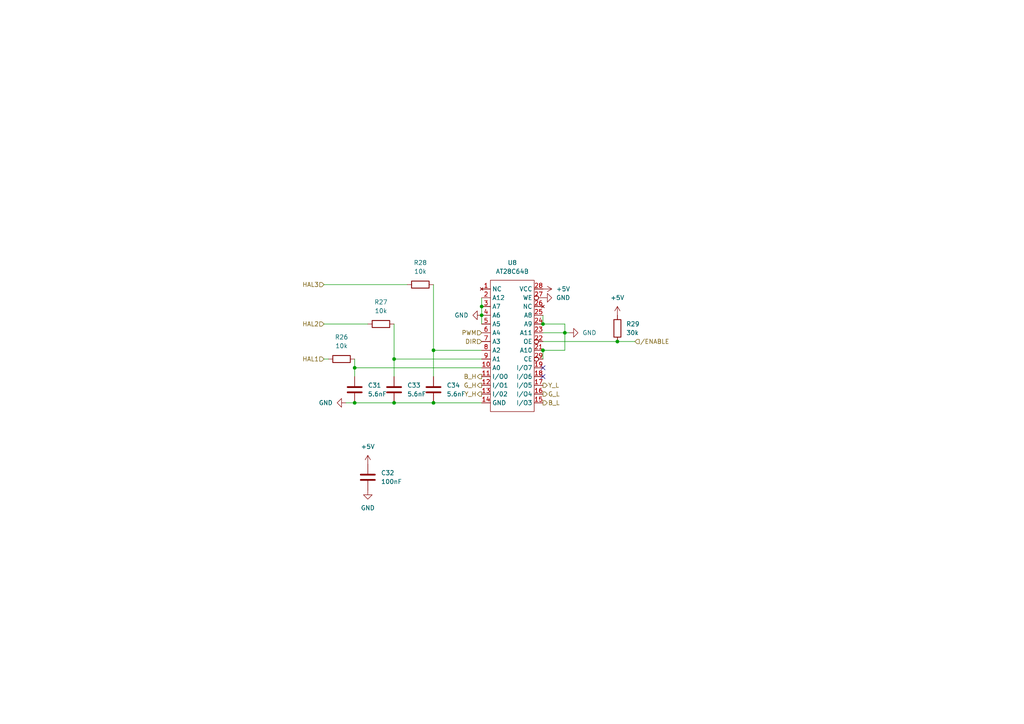
<source format=kicad_sch>
(kicad_sch (version 20230121) (generator eeschema)
  (paper "A4")
  (lib_symbols
    (symbol "2022-lsd:AT28C64B"
      (property "Reference" "U" (at 0 20.955 0))
      (property "Value" "AT28C64B" (at 0 19.05 0))
      (symbol "AT28C64B_0_1"
        (rectangle (start -6.35 17.78) (end 6.35 -20.32) (stroke (width 0.1524)))
      )
      (symbol "AT28C64B_1_1"
        (pin no_connect line (at -8.89 15.24 0) (length 2.54) (name "NC") (number "1"))
        (pin input line (at -8.89 -7.62 0) (length 2.54) (name "A0") (number "10"))
        (pin bidirectional line (at -8.89 -10.16 0) (length 2.54) (name "I/O0") (number "11"))
        (pin bidirectional line (at -8.89 -12.7 0) (length 2.54) (name "I/O1") (number "12"))
        (pin bidirectional line (at -8.89 -15.24 0) (length 2.54) (name "I/02") (number "13"))
        (pin power_in line (at -8.89 -17.78 0) (length 2.54) (name "GND") (number "14"))
        (pin bidirectional line (at 8.89 -17.78 180) (length 2.54) (name "I/O3") (number "15"))
        (pin bidirectional line (at 8.89 -15.24 180) (length 2.54) (name "I/O4") (number "16"))
        (pin bidirectional line (at 8.89 -12.7 180) (length 2.54) (name "I/O5") (number "17"))
        (pin bidirectional line (at 8.89 -10.16 180) (length 2.54) (name "I/O6") (number "18"))
        (pin bidirectional line (at 8.89 -7.62 180) (length 2.54) (name "I/O7") (number "19"))
        (pin input line (at -8.89 12.7 0) (length 2.54) (name "A12") (number "2"))
        (pin input line (at 8.89 -2.54 180) (length 2.54) (name "A10") (number "21"))
        (pin input inverted (at 8.89 0 180) (length 2.54) (name "OE") (number "22"))
        (pin input line (at 8.89 2.54 180) (length 2.54) (name "A11") (number "23"))
        (pin input line (at 8.89 5.08 180) (length 2.54) (name "A9") (number "24"))
        (pin input line (at 8.89 7.62 180) (length 2.54) (name "A8") (number "25"))
        (pin no_connect line (at 8.89 10.16 180) (length 2.54) (name "NC") (number "26"))
        (pin input inverted (at 8.89 12.7 180) (length 2.54) (name "WE") (number "27"))
        (pin power_in line (at 8.89 15.24 180) (length 2.54) (name "VCC") (number "28"))
        (pin input inverted (at 8.89 -5.08 180) (length 2.54) (name "CE") (number "29"))
        (pin input line (at -8.89 10.16 0) (length 2.54) (name "A7") (number "3"))
        (pin input line (at -8.89 7.62 0) (length 2.54) (name "A6") (number "4"))
        (pin input line (at -8.89 5.08 0) (length 2.54) (name "A5") (number "5"))
        (pin input line (at -8.89 2.54 0) (length 2.54) (name "A4") (number "6"))
        (pin input line (at -8.89 0 0) (length 2.54) (name "A3") (number "7"))
        (pin input line (at -8.89 -2.54 0) (length 2.54) (name "A2") (number "8"))
        (pin input line (at -8.89 -5.08 0) (length 2.54) (name "A1") (number "9"))
      )
    )
    (symbol "Device:C" (pin_numbers hide) (pin_names (offset 0.254))
      (property "Reference" "C" (at 0.635 2.54 0))
      (property "Value" "C" (at 0.635 -2.54 0))
      (symbol "C_0_1"
        (polyline (pts (xy -2.032 -0.762) (xy 2.032 -0.762)) (stroke (width 0.508)))
        (polyline (pts (xy -2.032 0.762) (xy 2.032 0.762)) (stroke (width 0.508)))
      )
      (symbol "C_1_1"
        (pin passive line (at 0 3.81 270) (length 2.794) (name "~") (number "1"))
        (pin passive line (at 0 -3.81 90) (length 2.794) (name "~") (number "2"))
      )
    )
    (symbol "Device:R" (pin_numbers hide) (pin_names (offset 0))
      (property "Reference" "R" (at 2.032 0 90))
      (property "Value" "R" (at 0 0 90))
      (symbol "R_0_1"
        (rectangle (start -1.016 -2.54) (end 1.016 2.54) (stroke (width 0.254)))
      )
      (symbol "R_1_1"
        (pin passive line (at 0 3.81 270) (length 1.27) (name "~") (number "1"))
        (pin passive line (at 0 -3.81 90) (length 1.27) (name "~") (number "2"))
      )
    )
    (symbol "power:+5V" (power) (pin_names (offset 0))
      (property "Value" "+5V" (at 0 3.556 0))
      (symbol "+5V_0_1"
        (polyline (pts (xy -0.762 1.27) (xy 0 2.54)))
        (polyline (pts (xy 0 0) (xy 0 2.54)))
        (polyline (pts (xy 0 2.54) (xy 0.762 1.27)))
      )
      (symbol "+5V_1_1"
        (pin power_in line (at 0 0 90) (length 0) hide (name "+5V") (number "1"))
      )
    )
    (symbol "power:GND" (power) (pin_names (offset 0))
      (property "Value" "GND" (at 0 -3.81 0))
      (symbol "GND_0_1"
        (polyline (pts (xy 0 0) (xy 0 -1.27) (xy 1.27 -1.27) (xy 0 -2.54) (xy -1.27 -1.27) (xy 0 -1.27)))
      )
      (symbol "GND_1_1"
        (pin power_in line (at 0 0 270) (length 0) hide (name "GND") (number "1"))
      )
    )
  )
  (junction (at 157.48 93.98))
  (junction (at 125.73 116.84))
  (junction (at 102.87 116.84))
  (junction (at 139.7 91.44))
  (junction (at 163.83 96.52))
  (junction (at 102.87 106.68))
  (junction (at 157.48 101.6))
  (junction (at 179.07 99.06))
  (junction (at 114.3 116.84))
  (junction (at 125.73 101.6))
  (junction (at 139.7 88.9))
  (junction (at 114.3 104.14))
  (no_connect (at 157.48 109.22))
  (no_connect (at 157.48 106.68))
  (wire (pts (xy 93.98 104.14) (xy 95.25 104.14)))
  (wire (pts (xy 125.73 82.55) (xy 125.73 101.6)))
  (wire (pts (xy 100.33 116.84) (xy 102.87 116.84)))
  (wire (pts (xy 139.7 88.9) (xy 139.7 91.44)))
  (wire (pts (xy 157.48 91.44) (xy 157.48 93.98)))
  (wire (pts (xy 165.1 96.52) (xy 163.83 96.52)))
  (wire (pts (xy 93.98 82.55) (xy 118.11 82.55)))
  (wire (pts (xy 163.83 96.52) (xy 157.48 96.52)))
  (wire (pts (xy 93.98 93.98) (xy 106.68 93.98)))
  (wire (pts (xy 125.73 116.84) (xy 139.7 116.84)))
  (wire (pts (xy 163.83 93.98) (xy 163.83 96.52)))
  (wire (pts (xy 102.87 106.68) (xy 102.87 109.22)))
  (wire (pts (xy 139.7 91.44) (xy 139.7 93.98)))
  (wire (pts (xy 102.87 104.14) (xy 102.87 106.68)))
  (wire (pts (xy 139.7 86.36) (xy 139.7 88.9)))
  (wire (pts (xy 125.73 101.6) (xy 139.7 101.6)))
  (wire (pts (xy 102.87 116.84) (xy 114.3 116.84)))
  (wire (pts (xy 114.3 104.14) (xy 114.3 109.22)))
  (wire (pts (xy 179.07 99.06) (xy 184.15 99.06)))
  (wire (pts (xy 102.87 106.68) (xy 139.7 106.68)))
  (wire (pts (xy 157.48 93.98) (xy 163.83 93.98)))
  (wire (pts (xy 114.3 93.98) (xy 114.3 104.14)))
  (wire (pts (xy 157.48 101.6) (xy 157.48 104.14)))
  (wire (pts (xy 114.3 104.14) (xy 139.7 104.14)))
  (wire (pts (xy 157.48 101.6) (xy 163.83 101.6)))
  (wire (pts (xy 125.73 101.6) (xy 125.73 109.22)))
  (wire (pts (xy 114.3 116.84) (xy 125.73 116.84)))
  (wire (pts (xy 163.83 96.52) (xy 163.83 101.6)))
  (wire (pts (xy 157.48 99.06) (xy 179.07 99.06)))
  (hierarchical_label "G_L" (shape output) (at 157.48 114.3 0))
  (hierarchical_label "Y_H" (shape output) (at 139.7 114.3 180))
  (hierarchical_label "Y_L" (shape output) (at 157.48 111.76 0))
  (hierarchical_label "G_H" (shape output) (at 139.7 111.76 180))
  (hierarchical_label "HAL2" (shape input) (at 93.98 93.98 180))
  (hierarchical_label "PWM" (shape input) (at 139.7 96.52 180))
  (hierarchical_label "B_L" (shape output) (at 157.48 116.84 0))
  (hierarchical_label "HAL3" (shape input) (at 93.98 82.55 180))
  (hierarchical_label "HAL1" (shape input) (at 93.98 104.14 180))
  (hierarchical_label "DIR" (shape input) (at 139.7 99.06 180))
  (hierarchical_label "{slash}ENABLE" (shape input) (at 184.15 99.06 0))
  (hierarchical_label "B_H" (shape output) (at 139.7 109.22 180))
  (symbol (lib_id "Device:R") (at 110.49 93.98 90) (unit 1)
    (property "Reference" "R27" (at 110.49 87.63 90))
    (property "Value" "10k" (at 110.49 90.17 90))
    (instances (project "main" (path "" (reference "R27") (unit 1)) (path "" (reference "R18") (unit 1))))
  )
  (symbol (lib_id "power:+5V") (at 106.68 134.62 0) (unit 1)
    (property "Reference" "#PWR055" (effects hide))
    (property "Value" "+5V" (at 106.68 129.54 0))
    (instances (project "main" (path "" (reference "#PWR055") (unit 1)) (path "" (reference "#PWR026") (unit 1))))
  )
  (symbol (lib_id "2022-lsd:AT28C64B") (at 148.59 99.06 0) (unit 1)
    (property "Reference" "U8" (at 148.59 76.2 0))
    (property "Value" "AT28C64B" (at 148.59 78.74 0))
    (property "Footprint" "Package_DIP:DIP-28_W15.24mm_Socket_LongPads" (effects hide))
    (property "Datasheet" "https://4donline.ihs.com/images/VipMasterIC/IC/ATML/ATMLS05113/ATMLS05113-1.pdf?hkey=52A5661711E402568146F3353EA87419" (effects hide))
    (property "RSOnline" "https://de.rs-online.com/web/p/eeproms/1276572/" (effects hide))
    (instances (project "main" (path "" (reference "U8") (unit 1)) (path "" (reference "U5") (unit 1))))
  )
  (symbol (lib_id "Device:R") (at 179.07 95.25 0) (unit 1)
    (property "Reference" "R29" (at 181.61 93.98 0) (effects (justify left)))
    (property "Value" "30k" (at 181.61 96.52 0) (effects (justify left)))
    (instances (project "main" (path "" (reference "R29") (unit 1)) (path "" (reference "R20") (unit 1))))
  )
  (symbol (lib_id "Device:R") (at 121.92 82.55 90) (unit 1)
    (property "Reference" "R28" (at 121.92 76.2 90))
    (property "Value" "10k" (at 121.92 78.74 90))
    (instances (project "main" (path "" (reference "R28") (unit 1)) (path "" (reference "R19") (unit 1))))
  )
  (symbol (lib_id "power:GND") (at 106.68 142.24 0) (unit 1)
    (property "Reference" "#PWR056" (effects hide))
    (property "Value" "GND" (at 106.68 147.32 0))
    (instances (project "main" (path "" (reference "#PWR056") (unit 1)) (path "" (reference "#PWR027") (unit 1))))
  )
  (symbol (lib_id "power:GND") (at 139.7 91.44 270) (unit 1)
    (property "Reference" "#PWR057" (effects hide))
    (property "Value" "GND" (at 135.89 91.44 90) (effects (justify right)))
    (instances (project "main" (path "" (reference "#PWR057") (unit 1)) (path "" (reference "#PWR028") (unit 1))))
  )
  (symbol (lib_id "Device:R") (at 99.06 104.14 90) (unit 1)
    (property "Reference" "R26" (at 99.06 97.79 90))
    (property "Value" "10k" (at 99.06 100.33 90))
    (instances (project "main" (path "" (reference "R26") (unit 1)) (path "" (reference "R17") (unit 1))))
  )
  (symbol (lib_id "Device:C") (at 106.68 138.43 0) (unit 1)
    (property "Reference" "C32" (at 110.49 137.16 0) (effects (justify left)))
    (property "Value" "100nF" (at 110.49 139.7 0) (effects (justify left)))
    (instances (project "main" (path "" (reference "C32") (unit 1)) (path "" (reference "C16") (unit 1))))
  )
  (symbol (lib_id "power:+5V") (at 179.07 91.44 0) (unit 1)
    (property "Reference" "#PWR061" (effects hide))
    (property "Value" "+5V" (at 179.07 86.36 0))
    (instances (project "main" (path "" (reference "#PWR061") (unit 1)) (path "" (reference "#PWR032") (unit 1))))
  )
  (symbol (lib_id "power:GND") (at 165.1 96.52 90) (unit 1)
    (property "Reference" "#PWR060" (effects hide))
    (property "Value" "GND" (at 168.91 96.52 90) (effects (justify right)))
    (instances (project "main" (path "" (reference "#PWR060") (unit 1)) (path "" (reference "#PWR031") (unit 1))))
  )
  (symbol (lib_id "power:+5V") (at 157.48 83.82 270) (unit 1)
    (property "Reference" "#PWR058" (effects hide))
    (property "Value" "+5V" (at 161.29 83.82 90) (effects (justify left)))
    (instances (project "main" (path "" (reference "#PWR058") (unit 1)) (path "" (reference "#PWR029") (unit 1))))
  )
  (symbol (lib_id "Device:C") (at 102.87 113.03 0) (unit 1)
    (property "Reference" "C31" (at 106.68 111.76 0) (effects (justify left)))
    (property "Value" "5.6nF" (at 106.68 114.3 0) (effects (justify left)))
    (instances (project "main" (path "" (reference "C31") (unit 1)) (path "" (reference "C15") (unit 1))))
  )
  (symbol (lib_id "power:GND") (at 157.48 86.36 90) (unit 1)
    (property "Reference" "#PWR059" (effects hide))
    (property "Value" "GND" (at 161.29 86.36 90) (effects (justify right)))
    (instances (project "main" (path "" (reference "#PWR059") (unit 1)) (path "" (reference "#PWR030") (unit 1))))
  )
  (symbol (lib_id "Device:C") (at 114.3 113.03 0) (unit 1)
    (property "Reference" "C33" (at 118.11 111.76 0) (effects (justify left)))
    (property "Value" "5.6nF" (at 118.11 114.3 0) (effects (justify left)))
    (instances (project "main" (path "" (reference "C33") (unit 1)) (path "" (reference "C17") (unit 1))))
  )
  (symbol (lib_id "power:GND") (at 100.33 116.84 270) (unit 1)
    (property "Reference" "#PWR054" (effects hide))
    (property "Value" "GND" (at 96.52 116.84 90) (effects (justify right)))
    (instances (project "main" (path "" (reference "#PWR054") (unit 1)) (path "" (reference "#PWR025") (unit 1))))
  )
  (symbol (lib_id "Device:C") (at 125.73 113.03 0) (unit 1)
    (property "Reference" "C34" (at 129.54 111.76 0) (effects (justify left)))
    (property "Value" "5.6nF" (at 129.54 114.3 0) (effects (justify left)))
    (instances (project "main" (path "" (reference "C34") (unit 1)) (path "" (reference "C20") (unit 1))))
  )
)
</source>
